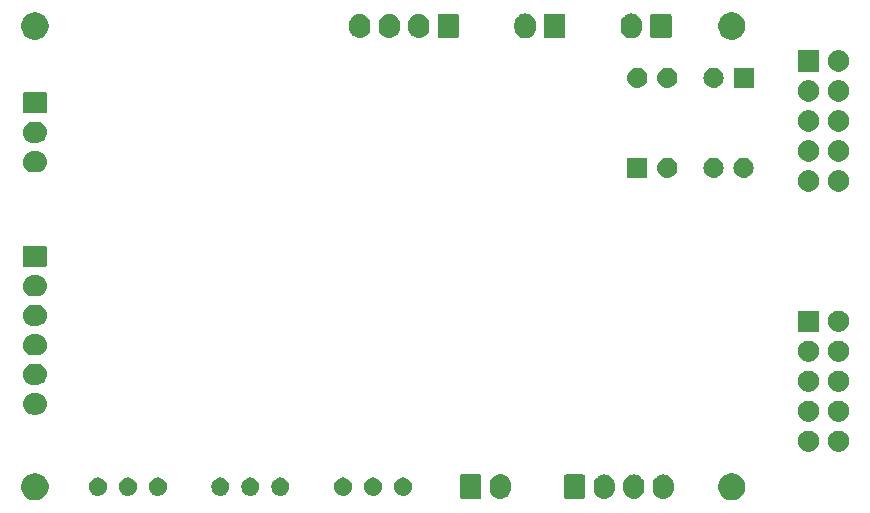
<source format=gbs>
G04 #@! TF.GenerationSoftware,KiCad,Pcbnew,6.0.0-rc1-unknown-179dfa0~84~ubuntu18.04.1*
G04 #@! TF.CreationDate,2019-04-16T21:03:25-07:00
G04 #@! TF.ProjectId,big_battery_v3,6269675f-6261-4747-9465-72795f76332e,rev?*
G04 #@! TF.SameCoordinates,Original*
G04 #@! TF.FileFunction,Soldermask,Bot*
G04 #@! TF.FilePolarity,Negative*
%FSLAX46Y46*%
G04 Gerber Fmt 4.6, Leading zero omitted, Abs format (unit mm)*
G04 Created by KiCad (PCBNEW 6.0.0-rc1-unknown-179dfa0~84~ubuntu18.04.1) date Tue 16 Apr 2019 09:03:25 PM PDT*
%MOMM*%
%LPD*%
G04 APERTURE LIST*
%ADD10C,0.100000*%
G04 APERTURE END LIST*
D10*
G36*
X62335734Y-40893232D02*
G01*
X62545202Y-40979996D01*
X62733723Y-41105962D01*
X62894038Y-41266277D01*
X63020004Y-41454798D01*
X63106768Y-41664266D01*
X63151000Y-41886635D01*
X63151000Y-42113365D01*
X63106768Y-42335734D01*
X63020004Y-42545202D01*
X62894038Y-42733723D01*
X62733723Y-42894038D01*
X62545202Y-43020004D01*
X62335734Y-43106768D01*
X62113365Y-43151000D01*
X61886635Y-43151000D01*
X61664266Y-43106768D01*
X61454798Y-43020004D01*
X61266277Y-42894038D01*
X61105962Y-42733723D01*
X60979996Y-42545202D01*
X60893232Y-42335734D01*
X60849000Y-42113365D01*
X60849000Y-41886635D01*
X60893232Y-41664266D01*
X60979996Y-41454798D01*
X61105962Y-41266277D01*
X61266277Y-41105962D01*
X61454798Y-40979996D01*
X61664266Y-40893232D01*
X61886635Y-40849000D01*
X62113365Y-40849000D01*
X62335734Y-40893232D01*
X62335734Y-40893232D01*
G37*
G36*
X3335734Y-40893232D02*
G01*
X3545202Y-40979996D01*
X3733723Y-41105962D01*
X3894038Y-41266277D01*
X4020004Y-41454798D01*
X4106768Y-41664266D01*
X4151000Y-41886635D01*
X4151000Y-42113365D01*
X4106768Y-42335734D01*
X4020004Y-42545202D01*
X3894038Y-42733723D01*
X3733723Y-42894038D01*
X3545202Y-43020004D01*
X3335734Y-43106768D01*
X3113365Y-43151000D01*
X2886635Y-43151000D01*
X2664266Y-43106768D01*
X2454798Y-43020004D01*
X2266277Y-42894038D01*
X2105962Y-42733723D01*
X1979996Y-42545202D01*
X1893232Y-42335734D01*
X1849000Y-42113365D01*
X1849000Y-41886635D01*
X1893232Y-41664266D01*
X1979996Y-41454798D01*
X2105962Y-41266277D01*
X2266277Y-41105962D01*
X2454798Y-40979996D01*
X2664266Y-40893232D01*
X2886635Y-40849000D01*
X3113365Y-40849000D01*
X3335734Y-40893232D01*
X3335734Y-40893232D01*
G37*
G36*
X42576626Y-40962037D02*
G01*
X42682561Y-40994172D01*
X42746466Y-41013557D01*
X42902989Y-41097221D01*
X43040186Y-41209814D01*
X43123448Y-41311271D01*
X43152778Y-41347009D01*
X43152779Y-41347011D01*
X43236443Y-41503533D01*
X43244027Y-41528534D01*
X43287963Y-41673373D01*
X43301000Y-41805742D01*
X43301000Y-42194257D01*
X43287963Y-42326626D01*
X43236443Y-42496466D01*
X43152778Y-42652991D01*
X43152777Y-42652992D01*
X43040186Y-42790186D01*
X42952178Y-42862411D01*
X42902991Y-42902778D01*
X42902989Y-42902779D01*
X42746467Y-42986443D01*
X42715930Y-42995706D01*
X42576627Y-43037963D01*
X42400000Y-43055359D01*
X42223374Y-43037963D01*
X42084071Y-42995706D01*
X42053534Y-42986443D01*
X41897012Y-42902779D01*
X41897010Y-42902778D01*
X41759816Y-42790186D01*
X41759812Y-42790183D01*
X41647222Y-42652992D01*
X41563557Y-42496467D01*
X41514800Y-42335734D01*
X41512037Y-42326627D01*
X41499000Y-42194258D01*
X41499000Y-41805743D01*
X41512037Y-41673374D01*
X41555973Y-41528535D01*
X41563557Y-41503534D01*
X41647221Y-41347011D01*
X41759814Y-41209814D01*
X41873641Y-41116400D01*
X41897009Y-41097222D01*
X41922960Y-41083351D01*
X42053533Y-41013557D01*
X42117438Y-40994172D01*
X42223373Y-40962037D01*
X42400000Y-40944641D01*
X42576626Y-40962037D01*
X42576626Y-40962037D01*
G37*
G36*
X40658600Y-40952989D02*
G01*
X40691649Y-40963014D01*
X40722106Y-40979294D01*
X40748799Y-41001201D01*
X40770706Y-41027894D01*
X40786986Y-41058351D01*
X40797011Y-41091400D01*
X40801000Y-41131904D01*
X40801000Y-42868096D01*
X40797011Y-42908600D01*
X40786986Y-42941649D01*
X40770706Y-42972106D01*
X40748799Y-42998799D01*
X40722106Y-43020706D01*
X40691649Y-43036986D01*
X40658600Y-43047011D01*
X40618096Y-43051000D01*
X39181904Y-43051000D01*
X39141400Y-43047011D01*
X39108351Y-43036986D01*
X39077894Y-43020706D01*
X39051201Y-42998799D01*
X39029294Y-42972106D01*
X39013014Y-42941649D01*
X39002989Y-42908600D01*
X38999000Y-42868096D01*
X38999000Y-41131904D01*
X39002989Y-41091400D01*
X39013014Y-41058351D01*
X39029294Y-41027894D01*
X39051201Y-41001201D01*
X39077894Y-40979294D01*
X39108351Y-40963014D01*
X39141400Y-40952989D01*
X39181904Y-40949000D01*
X40618096Y-40949000D01*
X40658600Y-40952989D01*
X40658600Y-40952989D01*
G37*
G36*
X56376626Y-40987037D02*
G01*
X56489852Y-41021384D01*
X56546466Y-41038557D01*
X56702989Y-41122221D01*
X56840186Y-41234814D01*
X56907426Y-41316748D01*
X56952778Y-41372009D01*
X56952779Y-41372011D01*
X57036443Y-41528533D01*
X57053616Y-41585147D01*
X57087963Y-41698373D01*
X57087963Y-41698375D01*
X57101000Y-41830740D01*
X57101000Y-42169259D01*
X57095521Y-42224891D01*
X57087963Y-42301626D01*
X57036443Y-42471466D01*
X56952778Y-42627991D01*
X56932261Y-42652991D01*
X56840186Y-42765186D01*
X56751827Y-42837699D01*
X56702991Y-42877778D01*
X56702989Y-42877779D01*
X56546467Y-42961443D01*
X56511315Y-42972106D01*
X56376627Y-43012963D01*
X56200000Y-43030359D01*
X56023374Y-43012963D01*
X55888686Y-42972106D01*
X55853534Y-42961443D01*
X55697012Y-42877779D01*
X55697010Y-42877778D01*
X55590279Y-42790186D01*
X55559812Y-42765183D01*
X55447222Y-42627992D01*
X55363557Y-42471467D01*
X55346384Y-42414853D01*
X55312037Y-42301627D01*
X55299000Y-42169258D01*
X55299000Y-41830743D01*
X55301463Y-41805740D01*
X55312037Y-41698376D01*
X55312037Y-41698374D01*
X55363557Y-41528535D01*
X55363557Y-41528534D01*
X55447221Y-41372011D01*
X55559814Y-41234814D01*
X55661271Y-41151552D01*
X55697009Y-41122222D01*
X55743782Y-41097221D01*
X55853533Y-41038557D01*
X55910147Y-41021384D01*
X56023373Y-40987037D01*
X56200000Y-40969641D01*
X56376626Y-40987037D01*
X56376626Y-40987037D01*
G37*
G36*
X53876626Y-40987037D02*
G01*
X53989852Y-41021384D01*
X54046466Y-41038557D01*
X54202989Y-41122221D01*
X54340186Y-41234814D01*
X54407426Y-41316748D01*
X54452778Y-41372009D01*
X54452779Y-41372011D01*
X54536443Y-41528533D01*
X54553616Y-41585147D01*
X54587963Y-41698373D01*
X54587963Y-41698375D01*
X54601000Y-41830740D01*
X54601000Y-42169259D01*
X54595521Y-42224891D01*
X54587963Y-42301626D01*
X54536443Y-42471466D01*
X54452778Y-42627991D01*
X54432261Y-42652991D01*
X54340186Y-42765186D01*
X54251827Y-42837699D01*
X54202991Y-42877778D01*
X54202989Y-42877779D01*
X54046467Y-42961443D01*
X54011315Y-42972106D01*
X53876627Y-43012963D01*
X53700000Y-43030359D01*
X53523374Y-43012963D01*
X53388686Y-42972106D01*
X53353534Y-42961443D01*
X53197012Y-42877779D01*
X53197010Y-42877778D01*
X53090279Y-42790186D01*
X53059812Y-42765183D01*
X52947222Y-42627992D01*
X52863557Y-42471467D01*
X52846384Y-42414853D01*
X52812037Y-42301627D01*
X52799000Y-42169258D01*
X52799000Y-41830743D01*
X52801463Y-41805740D01*
X52812037Y-41698376D01*
X52812037Y-41698374D01*
X52863557Y-41528535D01*
X52863557Y-41528534D01*
X52947221Y-41372011D01*
X53059814Y-41234814D01*
X53161271Y-41151552D01*
X53197009Y-41122222D01*
X53243782Y-41097221D01*
X53353533Y-41038557D01*
X53410147Y-41021384D01*
X53523373Y-40987037D01*
X53700000Y-40969641D01*
X53876626Y-40987037D01*
X53876626Y-40987037D01*
G37*
G36*
X51376626Y-40987037D02*
G01*
X51489852Y-41021384D01*
X51546466Y-41038557D01*
X51702989Y-41122221D01*
X51840186Y-41234814D01*
X51907426Y-41316748D01*
X51952778Y-41372009D01*
X51952779Y-41372011D01*
X52036443Y-41528533D01*
X52053616Y-41585147D01*
X52087963Y-41698373D01*
X52087963Y-41698375D01*
X52101000Y-41830740D01*
X52101000Y-42169259D01*
X52095521Y-42224891D01*
X52087963Y-42301626D01*
X52036443Y-42471466D01*
X51952778Y-42627991D01*
X51932261Y-42652991D01*
X51840186Y-42765186D01*
X51751827Y-42837699D01*
X51702991Y-42877778D01*
X51702989Y-42877779D01*
X51546467Y-42961443D01*
X51511315Y-42972106D01*
X51376627Y-43012963D01*
X51200000Y-43030359D01*
X51023374Y-43012963D01*
X50888686Y-42972106D01*
X50853534Y-42961443D01*
X50697012Y-42877779D01*
X50697010Y-42877778D01*
X50590279Y-42790186D01*
X50559812Y-42765183D01*
X50447222Y-42627992D01*
X50363557Y-42471467D01*
X50346384Y-42414853D01*
X50312037Y-42301627D01*
X50299000Y-42169258D01*
X50299000Y-41830743D01*
X50301463Y-41805740D01*
X50312037Y-41698376D01*
X50312037Y-41698374D01*
X50363557Y-41528535D01*
X50363557Y-41528534D01*
X50447221Y-41372011D01*
X50559814Y-41234814D01*
X50661271Y-41151552D01*
X50697009Y-41122222D01*
X50743782Y-41097221D01*
X50853533Y-41038557D01*
X50910147Y-41021384D01*
X51023373Y-40987037D01*
X51200000Y-40969641D01*
X51376626Y-40987037D01*
X51376626Y-40987037D01*
G37*
G36*
X49458600Y-40977989D02*
G01*
X49491649Y-40988014D01*
X49522106Y-41004294D01*
X49548799Y-41026201D01*
X49570706Y-41052894D01*
X49586986Y-41083351D01*
X49597011Y-41116400D01*
X49601000Y-41156904D01*
X49601000Y-42843096D01*
X49597011Y-42883600D01*
X49586986Y-42916649D01*
X49570706Y-42947106D01*
X49548799Y-42973799D01*
X49522106Y-42995706D01*
X49491649Y-43011986D01*
X49458600Y-43022011D01*
X49418096Y-43026000D01*
X47981904Y-43026000D01*
X47941400Y-43022011D01*
X47908351Y-43011986D01*
X47877894Y-42995706D01*
X47851201Y-42973799D01*
X47829294Y-42947106D01*
X47813014Y-42916649D01*
X47802989Y-42883600D01*
X47799000Y-42843096D01*
X47799000Y-41156904D01*
X47802989Y-41116400D01*
X47813014Y-41083351D01*
X47829294Y-41052894D01*
X47851201Y-41026201D01*
X47877894Y-41004294D01*
X47908351Y-40988014D01*
X47941400Y-40977989D01*
X47981904Y-40974000D01*
X49418096Y-40974000D01*
X49458600Y-40977989D01*
X49458600Y-40977989D01*
G37*
G36*
X34305589Y-41238876D02*
G01*
X34404893Y-41258629D01*
X34545206Y-41316748D01*
X34671484Y-41401125D01*
X34778875Y-41508516D01*
X34863252Y-41634794D01*
X34921371Y-41775107D01*
X34951000Y-41924063D01*
X34951000Y-42075937D01*
X34921371Y-42224893D01*
X34863252Y-42365206D01*
X34778875Y-42491484D01*
X34671484Y-42598875D01*
X34545206Y-42683252D01*
X34404893Y-42741371D01*
X34306211Y-42761000D01*
X34255938Y-42771000D01*
X34104062Y-42771000D01*
X34053789Y-42761000D01*
X33955107Y-42741371D01*
X33814794Y-42683252D01*
X33688516Y-42598875D01*
X33581125Y-42491484D01*
X33496748Y-42365206D01*
X33438629Y-42224893D01*
X33409000Y-42075937D01*
X33409000Y-41924063D01*
X33438629Y-41775107D01*
X33496748Y-41634794D01*
X33581125Y-41508516D01*
X33688516Y-41401125D01*
X33814794Y-41316748D01*
X33955107Y-41258629D01*
X34054411Y-41238876D01*
X34104062Y-41229000D01*
X34255938Y-41229000D01*
X34305589Y-41238876D01*
X34305589Y-41238876D01*
G37*
G36*
X31765589Y-41238876D02*
G01*
X31864893Y-41258629D01*
X32005206Y-41316748D01*
X32131484Y-41401125D01*
X32238875Y-41508516D01*
X32323252Y-41634794D01*
X32381371Y-41775107D01*
X32411000Y-41924063D01*
X32411000Y-42075937D01*
X32381371Y-42224893D01*
X32323252Y-42365206D01*
X32238875Y-42491484D01*
X32131484Y-42598875D01*
X32005206Y-42683252D01*
X31864893Y-42741371D01*
X31766211Y-42761000D01*
X31715938Y-42771000D01*
X31564062Y-42771000D01*
X31513789Y-42761000D01*
X31415107Y-42741371D01*
X31274794Y-42683252D01*
X31148516Y-42598875D01*
X31041125Y-42491484D01*
X30956748Y-42365206D01*
X30898629Y-42224893D01*
X30869000Y-42075937D01*
X30869000Y-41924063D01*
X30898629Y-41775107D01*
X30956748Y-41634794D01*
X31041125Y-41508516D01*
X31148516Y-41401125D01*
X31274794Y-41316748D01*
X31415107Y-41258629D01*
X31514411Y-41238876D01*
X31564062Y-41229000D01*
X31715938Y-41229000D01*
X31765589Y-41238876D01*
X31765589Y-41238876D01*
G37*
G36*
X29225589Y-41238876D02*
G01*
X29324893Y-41258629D01*
X29465206Y-41316748D01*
X29591484Y-41401125D01*
X29698875Y-41508516D01*
X29783252Y-41634794D01*
X29841371Y-41775107D01*
X29871000Y-41924063D01*
X29871000Y-42075937D01*
X29841371Y-42224893D01*
X29783252Y-42365206D01*
X29698875Y-42491484D01*
X29591484Y-42598875D01*
X29465206Y-42683252D01*
X29324893Y-42741371D01*
X29226211Y-42761000D01*
X29175938Y-42771000D01*
X29024062Y-42771000D01*
X28973789Y-42761000D01*
X28875107Y-42741371D01*
X28734794Y-42683252D01*
X28608516Y-42598875D01*
X28501125Y-42491484D01*
X28416748Y-42365206D01*
X28358629Y-42224893D01*
X28329000Y-42075937D01*
X28329000Y-41924063D01*
X28358629Y-41775107D01*
X28416748Y-41634794D01*
X28501125Y-41508516D01*
X28608516Y-41401125D01*
X28734794Y-41316748D01*
X28875107Y-41258629D01*
X28974411Y-41238876D01*
X29024062Y-41229000D01*
X29175938Y-41229000D01*
X29225589Y-41238876D01*
X29225589Y-41238876D01*
G37*
G36*
X8445589Y-41238876D02*
G01*
X8544893Y-41258629D01*
X8685206Y-41316748D01*
X8811484Y-41401125D01*
X8918875Y-41508516D01*
X9003252Y-41634794D01*
X9061371Y-41775107D01*
X9091000Y-41924063D01*
X9091000Y-42075937D01*
X9061371Y-42224893D01*
X9003252Y-42365206D01*
X8918875Y-42491484D01*
X8811484Y-42598875D01*
X8685206Y-42683252D01*
X8544893Y-42741371D01*
X8446211Y-42761000D01*
X8395938Y-42771000D01*
X8244062Y-42771000D01*
X8193789Y-42761000D01*
X8095107Y-42741371D01*
X7954794Y-42683252D01*
X7828516Y-42598875D01*
X7721125Y-42491484D01*
X7636748Y-42365206D01*
X7578629Y-42224893D01*
X7549000Y-42075937D01*
X7549000Y-41924063D01*
X7578629Y-41775107D01*
X7636748Y-41634794D01*
X7721125Y-41508516D01*
X7828516Y-41401125D01*
X7954794Y-41316748D01*
X8095107Y-41258629D01*
X8194411Y-41238876D01*
X8244062Y-41229000D01*
X8395938Y-41229000D01*
X8445589Y-41238876D01*
X8445589Y-41238876D01*
G37*
G36*
X10985589Y-41238876D02*
G01*
X11084893Y-41258629D01*
X11225206Y-41316748D01*
X11351484Y-41401125D01*
X11458875Y-41508516D01*
X11543252Y-41634794D01*
X11601371Y-41775107D01*
X11631000Y-41924063D01*
X11631000Y-42075937D01*
X11601371Y-42224893D01*
X11543252Y-42365206D01*
X11458875Y-42491484D01*
X11351484Y-42598875D01*
X11225206Y-42683252D01*
X11084893Y-42741371D01*
X10986211Y-42761000D01*
X10935938Y-42771000D01*
X10784062Y-42771000D01*
X10733789Y-42761000D01*
X10635107Y-42741371D01*
X10494794Y-42683252D01*
X10368516Y-42598875D01*
X10261125Y-42491484D01*
X10176748Y-42365206D01*
X10118629Y-42224893D01*
X10089000Y-42075937D01*
X10089000Y-41924063D01*
X10118629Y-41775107D01*
X10176748Y-41634794D01*
X10261125Y-41508516D01*
X10368516Y-41401125D01*
X10494794Y-41316748D01*
X10635107Y-41258629D01*
X10734411Y-41238876D01*
X10784062Y-41229000D01*
X10935938Y-41229000D01*
X10985589Y-41238876D01*
X10985589Y-41238876D01*
G37*
G36*
X13525589Y-41238876D02*
G01*
X13624893Y-41258629D01*
X13765206Y-41316748D01*
X13891484Y-41401125D01*
X13998875Y-41508516D01*
X14083252Y-41634794D01*
X14141371Y-41775107D01*
X14171000Y-41924063D01*
X14171000Y-42075937D01*
X14141371Y-42224893D01*
X14083252Y-42365206D01*
X13998875Y-42491484D01*
X13891484Y-42598875D01*
X13765206Y-42683252D01*
X13624893Y-42741371D01*
X13526211Y-42761000D01*
X13475938Y-42771000D01*
X13324062Y-42771000D01*
X13273789Y-42761000D01*
X13175107Y-42741371D01*
X13034794Y-42683252D01*
X12908516Y-42598875D01*
X12801125Y-42491484D01*
X12716748Y-42365206D01*
X12658629Y-42224893D01*
X12629000Y-42075937D01*
X12629000Y-41924063D01*
X12658629Y-41775107D01*
X12716748Y-41634794D01*
X12801125Y-41508516D01*
X12908516Y-41401125D01*
X13034794Y-41316748D01*
X13175107Y-41258629D01*
X13274411Y-41238876D01*
X13324062Y-41229000D01*
X13475938Y-41229000D01*
X13525589Y-41238876D01*
X13525589Y-41238876D01*
G37*
G36*
X23905589Y-41238876D02*
G01*
X24004893Y-41258629D01*
X24145206Y-41316748D01*
X24271484Y-41401125D01*
X24378875Y-41508516D01*
X24463252Y-41634794D01*
X24521371Y-41775107D01*
X24551000Y-41924063D01*
X24551000Y-42075937D01*
X24521371Y-42224893D01*
X24463252Y-42365206D01*
X24378875Y-42491484D01*
X24271484Y-42598875D01*
X24145206Y-42683252D01*
X24004893Y-42741371D01*
X23906211Y-42761000D01*
X23855938Y-42771000D01*
X23704062Y-42771000D01*
X23653789Y-42761000D01*
X23555107Y-42741371D01*
X23414794Y-42683252D01*
X23288516Y-42598875D01*
X23181125Y-42491484D01*
X23096748Y-42365206D01*
X23038629Y-42224893D01*
X23009000Y-42075937D01*
X23009000Y-41924063D01*
X23038629Y-41775107D01*
X23096748Y-41634794D01*
X23181125Y-41508516D01*
X23288516Y-41401125D01*
X23414794Y-41316748D01*
X23555107Y-41258629D01*
X23654411Y-41238876D01*
X23704062Y-41229000D01*
X23855938Y-41229000D01*
X23905589Y-41238876D01*
X23905589Y-41238876D01*
G37*
G36*
X21365589Y-41238876D02*
G01*
X21464893Y-41258629D01*
X21605206Y-41316748D01*
X21731484Y-41401125D01*
X21838875Y-41508516D01*
X21923252Y-41634794D01*
X21981371Y-41775107D01*
X22011000Y-41924063D01*
X22011000Y-42075937D01*
X21981371Y-42224893D01*
X21923252Y-42365206D01*
X21838875Y-42491484D01*
X21731484Y-42598875D01*
X21605206Y-42683252D01*
X21464893Y-42741371D01*
X21366211Y-42761000D01*
X21315938Y-42771000D01*
X21164062Y-42771000D01*
X21113789Y-42761000D01*
X21015107Y-42741371D01*
X20874794Y-42683252D01*
X20748516Y-42598875D01*
X20641125Y-42491484D01*
X20556748Y-42365206D01*
X20498629Y-42224893D01*
X20469000Y-42075937D01*
X20469000Y-41924063D01*
X20498629Y-41775107D01*
X20556748Y-41634794D01*
X20641125Y-41508516D01*
X20748516Y-41401125D01*
X20874794Y-41316748D01*
X21015107Y-41258629D01*
X21114411Y-41238876D01*
X21164062Y-41229000D01*
X21315938Y-41229000D01*
X21365589Y-41238876D01*
X21365589Y-41238876D01*
G37*
G36*
X18825589Y-41238876D02*
G01*
X18924893Y-41258629D01*
X19065206Y-41316748D01*
X19191484Y-41401125D01*
X19298875Y-41508516D01*
X19383252Y-41634794D01*
X19441371Y-41775107D01*
X19471000Y-41924063D01*
X19471000Y-42075937D01*
X19441371Y-42224893D01*
X19383252Y-42365206D01*
X19298875Y-42491484D01*
X19191484Y-42598875D01*
X19065206Y-42683252D01*
X18924893Y-42741371D01*
X18826211Y-42761000D01*
X18775938Y-42771000D01*
X18624062Y-42771000D01*
X18573789Y-42761000D01*
X18475107Y-42741371D01*
X18334794Y-42683252D01*
X18208516Y-42598875D01*
X18101125Y-42491484D01*
X18016748Y-42365206D01*
X17958629Y-42224893D01*
X17929000Y-42075937D01*
X17929000Y-41924063D01*
X17958629Y-41775107D01*
X18016748Y-41634794D01*
X18101125Y-41508516D01*
X18208516Y-41401125D01*
X18334794Y-41316748D01*
X18475107Y-41258629D01*
X18574411Y-41238876D01*
X18624062Y-41229000D01*
X18775938Y-41229000D01*
X18825589Y-41238876D01*
X18825589Y-41238876D01*
G37*
G36*
X68762812Y-37293624D02*
G01*
X68926784Y-37361544D01*
X69074354Y-37460147D01*
X69199853Y-37585646D01*
X69298456Y-37733216D01*
X69366376Y-37897188D01*
X69401000Y-38071259D01*
X69401000Y-38248741D01*
X69366376Y-38422812D01*
X69298456Y-38586784D01*
X69199853Y-38734354D01*
X69074354Y-38859853D01*
X68926784Y-38958456D01*
X68762812Y-39026376D01*
X68588741Y-39061000D01*
X68411259Y-39061000D01*
X68237188Y-39026376D01*
X68073216Y-38958456D01*
X67925646Y-38859853D01*
X67800147Y-38734354D01*
X67701544Y-38586784D01*
X67633624Y-38422812D01*
X67599000Y-38248741D01*
X67599000Y-38071259D01*
X67633624Y-37897188D01*
X67701544Y-37733216D01*
X67800147Y-37585646D01*
X67925646Y-37460147D01*
X68073216Y-37361544D01*
X68237188Y-37293624D01*
X68411259Y-37259000D01*
X68588741Y-37259000D01*
X68762812Y-37293624D01*
X68762812Y-37293624D01*
G37*
G36*
X71302812Y-37293624D02*
G01*
X71466784Y-37361544D01*
X71614354Y-37460147D01*
X71739853Y-37585646D01*
X71838456Y-37733216D01*
X71906376Y-37897188D01*
X71941000Y-38071259D01*
X71941000Y-38248741D01*
X71906376Y-38422812D01*
X71838456Y-38586784D01*
X71739853Y-38734354D01*
X71614354Y-38859853D01*
X71466784Y-38958456D01*
X71302812Y-39026376D01*
X71128741Y-39061000D01*
X70951259Y-39061000D01*
X70777188Y-39026376D01*
X70613216Y-38958456D01*
X70465646Y-38859853D01*
X70340147Y-38734354D01*
X70241544Y-38586784D01*
X70173624Y-38422812D01*
X70139000Y-38248741D01*
X70139000Y-38071259D01*
X70173624Y-37897188D01*
X70241544Y-37733216D01*
X70340147Y-37585646D01*
X70465646Y-37460147D01*
X70613216Y-37361544D01*
X70777188Y-37293624D01*
X70951259Y-37259000D01*
X71128741Y-37259000D01*
X71302812Y-37293624D01*
X71302812Y-37293624D01*
G37*
G36*
X68762812Y-34753624D02*
G01*
X68926784Y-34821544D01*
X69074354Y-34920147D01*
X69199853Y-35045646D01*
X69298456Y-35193216D01*
X69366376Y-35357188D01*
X69401000Y-35531259D01*
X69401000Y-35708741D01*
X69366376Y-35882812D01*
X69298456Y-36046784D01*
X69199853Y-36194354D01*
X69074354Y-36319853D01*
X68926784Y-36418456D01*
X68762812Y-36486376D01*
X68588741Y-36521000D01*
X68411259Y-36521000D01*
X68237188Y-36486376D01*
X68073216Y-36418456D01*
X67925646Y-36319853D01*
X67800147Y-36194354D01*
X67701544Y-36046784D01*
X67633624Y-35882812D01*
X67599000Y-35708741D01*
X67599000Y-35531259D01*
X67633624Y-35357188D01*
X67701544Y-35193216D01*
X67800147Y-35045646D01*
X67925646Y-34920147D01*
X68073216Y-34821544D01*
X68237188Y-34753624D01*
X68411259Y-34719000D01*
X68588741Y-34719000D01*
X68762812Y-34753624D01*
X68762812Y-34753624D01*
G37*
G36*
X71302812Y-34753624D02*
G01*
X71466784Y-34821544D01*
X71614354Y-34920147D01*
X71739853Y-35045646D01*
X71838456Y-35193216D01*
X71906376Y-35357188D01*
X71941000Y-35531259D01*
X71941000Y-35708741D01*
X71906376Y-35882812D01*
X71838456Y-36046784D01*
X71739853Y-36194354D01*
X71614354Y-36319853D01*
X71466784Y-36418456D01*
X71302812Y-36486376D01*
X71128741Y-36521000D01*
X70951259Y-36521000D01*
X70777188Y-36486376D01*
X70613216Y-36418456D01*
X70465646Y-36319853D01*
X70340147Y-36194354D01*
X70241544Y-36046784D01*
X70173624Y-35882812D01*
X70139000Y-35708741D01*
X70139000Y-35531259D01*
X70173624Y-35357188D01*
X70241544Y-35193216D01*
X70340147Y-35045646D01*
X70465646Y-34920147D01*
X70613216Y-34821544D01*
X70777188Y-34753624D01*
X70951259Y-34719000D01*
X71128741Y-34719000D01*
X71302812Y-34753624D01*
X71302812Y-34753624D01*
G37*
G36*
X3235442Y-34105518D02*
G01*
X3301627Y-34112037D01*
X3414853Y-34146384D01*
X3471467Y-34163557D01*
X3610087Y-34237652D01*
X3627991Y-34247222D01*
X3663729Y-34276552D01*
X3765186Y-34359814D01*
X3848448Y-34461271D01*
X3877778Y-34497009D01*
X3877779Y-34497011D01*
X3961443Y-34653533D01*
X3961443Y-34653534D01*
X4012963Y-34823373D01*
X4030359Y-35000000D01*
X4012963Y-35176627D01*
X4007930Y-35193218D01*
X3961443Y-35346467D01*
X3955712Y-35357188D01*
X3877778Y-35502991D01*
X3854579Y-35531259D01*
X3765186Y-35640186D01*
X3681650Y-35708741D01*
X3627991Y-35752778D01*
X3627989Y-35752779D01*
X3471467Y-35836443D01*
X3414853Y-35853616D01*
X3301627Y-35887963D01*
X3235442Y-35894482D01*
X3169260Y-35901000D01*
X2830740Y-35901000D01*
X2764558Y-35894482D01*
X2698373Y-35887963D01*
X2585147Y-35853616D01*
X2528533Y-35836443D01*
X2372011Y-35752779D01*
X2372009Y-35752778D01*
X2318350Y-35708741D01*
X2234814Y-35640186D01*
X2145421Y-35531259D01*
X2122222Y-35502991D01*
X2044288Y-35357188D01*
X2038557Y-35346467D01*
X1992070Y-35193218D01*
X1987037Y-35176627D01*
X1969641Y-35000000D01*
X1987037Y-34823373D01*
X2038557Y-34653534D01*
X2038557Y-34653533D01*
X2122221Y-34497011D01*
X2122222Y-34497009D01*
X2151552Y-34461271D01*
X2234814Y-34359814D01*
X2336271Y-34276552D01*
X2372009Y-34247222D01*
X2389913Y-34237652D01*
X2528533Y-34163557D01*
X2585147Y-34146384D01*
X2698373Y-34112037D01*
X2764558Y-34105518D01*
X2830740Y-34099000D01*
X3169260Y-34099000D01*
X3235442Y-34105518D01*
X3235442Y-34105518D01*
G37*
G36*
X71302812Y-32213624D02*
G01*
X71466784Y-32281544D01*
X71614354Y-32380147D01*
X71739853Y-32505646D01*
X71838456Y-32653216D01*
X71906376Y-32817188D01*
X71941000Y-32991259D01*
X71941000Y-33168741D01*
X71906376Y-33342812D01*
X71838456Y-33506784D01*
X71739853Y-33654354D01*
X71614354Y-33779853D01*
X71466784Y-33878456D01*
X71302812Y-33946376D01*
X71128741Y-33981000D01*
X70951259Y-33981000D01*
X70777188Y-33946376D01*
X70613216Y-33878456D01*
X70465646Y-33779853D01*
X70340147Y-33654354D01*
X70241544Y-33506784D01*
X70173624Y-33342812D01*
X70139000Y-33168741D01*
X70139000Y-32991259D01*
X70173624Y-32817188D01*
X70241544Y-32653216D01*
X70340147Y-32505646D01*
X70465646Y-32380147D01*
X70613216Y-32281544D01*
X70777188Y-32213624D01*
X70951259Y-32179000D01*
X71128741Y-32179000D01*
X71302812Y-32213624D01*
X71302812Y-32213624D01*
G37*
G36*
X68762812Y-32213624D02*
G01*
X68926784Y-32281544D01*
X69074354Y-32380147D01*
X69199853Y-32505646D01*
X69298456Y-32653216D01*
X69366376Y-32817188D01*
X69401000Y-32991259D01*
X69401000Y-33168741D01*
X69366376Y-33342812D01*
X69298456Y-33506784D01*
X69199853Y-33654354D01*
X69074354Y-33779853D01*
X68926784Y-33878456D01*
X68762812Y-33946376D01*
X68588741Y-33981000D01*
X68411259Y-33981000D01*
X68237188Y-33946376D01*
X68073216Y-33878456D01*
X67925646Y-33779853D01*
X67800147Y-33654354D01*
X67701544Y-33506784D01*
X67633624Y-33342812D01*
X67599000Y-33168741D01*
X67599000Y-32991259D01*
X67633624Y-32817188D01*
X67701544Y-32653216D01*
X67800147Y-32505646D01*
X67925646Y-32380147D01*
X68073216Y-32281544D01*
X68237188Y-32213624D01*
X68411259Y-32179000D01*
X68588741Y-32179000D01*
X68762812Y-32213624D01*
X68762812Y-32213624D01*
G37*
G36*
X3235442Y-31605518D02*
G01*
X3301627Y-31612037D01*
X3414853Y-31646384D01*
X3471467Y-31663557D01*
X3610087Y-31737652D01*
X3627991Y-31747222D01*
X3663729Y-31776552D01*
X3765186Y-31859814D01*
X3848448Y-31961271D01*
X3877778Y-31997009D01*
X3877779Y-31997011D01*
X3961443Y-32153533D01*
X3961443Y-32153534D01*
X4012963Y-32323373D01*
X4030359Y-32500000D01*
X4012963Y-32676627D01*
X3978616Y-32789853D01*
X3961443Y-32846467D01*
X3887348Y-32985087D01*
X3877778Y-33002991D01*
X3848448Y-33038729D01*
X3765186Y-33140186D01*
X3663729Y-33223448D01*
X3627991Y-33252778D01*
X3627989Y-33252779D01*
X3471467Y-33336443D01*
X3414853Y-33353616D01*
X3301627Y-33387963D01*
X3235442Y-33394482D01*
X3169260Y-33401000D01*
X2830740Y-33401000D01*
X2764558Y-33394482D01*
X2698373Y-33387963D01*
X2585147Y-33353616D01*
X2528533Y-33336443D01*
X2372011Y-33252779D01*
X2372009Y-33252778D01*
X2336271Y-33223448D01*
X2234814Y-33140186D01*
X2151552Y-33038729D01*
X2122222Y-33002991D01*
X2112652Y-32985087D01*
X2038557Y-32846467D01*
X2021384Y-32789853D01*
X1987037Y-32676627D01*
X1969641Y-32500000D01*
X1987037Y-32323373D01*
X2038557Y-32153534D01*
X2038557Y-32153533D01*
X2122221Y-31997011D01*
X2122222Y-31997009D01*
X2151552Y-31961271D01*
X2234814Y-31859814D01*
X2336271Y-31776552D01*
X2372009Y-31747222D01*
X2389913Y-31737652D01*
X2528533Y-31663557D01*
X2585147Y-31646384D01*
X2698373Y-31612037D01*
X2764558Y-31605518D01*
X2830740Y-31599000D01*
X3169260Y-31599000D01*
X3235442Y-31605518D01*
X3235442Y-31605518D01*
G37*
G36*
X68762812Y-29673624D02*
G01*
X68926784Y-29741544D01*
X69074354Y-29840147D01*
X69199853Y-29965646D01*
X69298456Y-30113216D01*
X69366376Y-30277188D01*
X69401000Y-30451259D01*
X69401000Y-30628741D01*
X69366376Y-30802812D01*
X69298456Y-30966784D01*
X69199853Y-31114354D01*
X69074354Y-31239853D01*
X68926784Y-31338456D01*
X68762812Y-31406376D01*
X68588741Y-31441000D01*
X68411259Y-31441000D01*
X68237188Y-31406376D01*
X68073216Y-31338456D01*
X67925646Y-31239853D01*
X67800147Y-31114354D01*
X67701544Y-30966784D01*
X67633624Y-30802812D01*
X67599000Y-30628741D01*
X67599000Y-30451259D01*
X67633624Y-30277188D01*
X67701544Y-30113216D01*
X67800147Y-29965646D01*
X67925646Y-29840147D01*
X68073216Y-29741544D01*
X68237188Y-29673624D01*
X68411259Y-29639000D01*
X68588741Y-29639000D01*
X68762812Y-29673624D01*
X68762812Y-29673624D01*
G37*
G36*
X71302812Y-29673624D02*
G01*
X71466784Y-29741544D01*
X71614354Y-29840147D01*
X71739853Y-29965646D01*
X71838456Y-30113216D01*
X71906376Y-30277188D01*
X71941000Y-30451259D01*
X71941000Y-30628741D01*
X71906376Y-30802812D01*
X71838456Y-30966784D01*
X71739853Y-31114354D01*
X71614354Y-31239853D01*
X71466784Y-31338456D01*
X71302812Y-31406376D01*
X71128741Y-31441000D01*
X70951259Y-31441000D01*
X70777188Y-31406376D01*
X70613216Y-31338456D01*
X70465646Y-31239853D01*
X70340147Y-31114354D01*
X70241544Y-30966784D01*
X70173624Y-30802812D01*
X70139000Y-30628741D01*
X70139000Y-30451259D01*
X70173624Y-30277188D01*
X70241544Y-30113216D01*
X70340147Y-29965646D01*
X70465646Y-29840147D01*
X70613216Y-29741544D01*
X70777188Y-29673624D01*
X70951259Y-29639000D01*
X71128741Y-29639000D01*
X71302812Y-29673624D01*
X71302812Y-29673624D01*
G37*
G36*
X3235442Y-29105518D02*
G01*
X3301627Y-29112037D01*
X3414853Y-29146384D01*
X3471467Y-29163557D01*
X3610087Y-29237652D01*
X3627991Y-29247222D01*
X3663729Y-29276552D01*
X3765186Y-29359814D01*
X3848448Y-29461271D01*
X3877778Y-29497009D01*
X3877779Y-29497011D01*
X3961443Y-29653533D01*
X3961443Y-29653534D01*
X4012963Y-29823373D01*
X4030359Y-30000000D01*
X4012963Y-30176627D01*
X3982458Y-30277188D01*
X3961443Y-30346467D01*
X3905430Y-30451259D01*
X3877778Y-30502991D01*
X3848448Y-30538729D01*
X3765186Y-30640186D01*
X3663729Y-30723448D01*
X3627991Y-30752778D01*
X3627989Y-30752779D01*
X3471467Y-30836443D01*
X3414853Y-30853616D01*
X3301627Y-30887963D01*
X3235442Y-30894482D01*
X3169260Y-30901000D01*
X2830740Y-30901000D01*
X2764558Y-30894482D01*
X2698373Y-30887963D01*
X2585147Y-30853616D01*
X2528533Y-30836443D01*
X2372011Y-30752779D01*
X2372009Y-30752778D01*
X2336271Y-30723448D01*
X2234814Y-30640186D01*
X2151552Y-30538729D01*
X2122222Y-30502991D01*
X2094570Y-30451259D01*
X2038557Y-30346467D01*
X2017542Y-30277188D01*
X1987037Y-30176627D01*
X1969641Y-30000000D01*
X1987037Y-29823373D01*
X2038557Y-29653534D01*
X2038557Y-29653533D01*
X2122221Y-29497011D01*
X2122222Y-29497009D01*
X2151552Y-29461271D01*
X2234814Y-29359814D01*
X2336271Y-29276552D01*
X2372009Y-29247222D01*
X2389913Y-29237652D01*
X2528533Y-29163557D01*
X2585147Y-29146384D01*
X2698373Y-29112037D01*
X2764558Y-29105518D01*
X2830740Y-29099000D01*
X3169260Y-29099000D01*
X3235442Y-29105518D01*
X3235442Y-29105518D01*
G37*
G36*
X69401000Y-28901000D02*
G01*
X67599000Y-28901000D01*
X67599000Y-27099000D01*
X69401000Y-27099000D01*
X69401000Y-28901000D01*
X69401000Y-28901000D01*
G37*
G36*
X71302812Y-27133624D02*
G01*
X71466784Y-27201544D01*
X71614354Y-27300147D01*
X71739853Y-27425646D01*
X71838456Y-27573216D01*
X71906376Y-27737188D01*
X71941000Y-27911259D01*
X71941000Y-28088741D01*
X71906376Y-28262812D01*
X71838456Y-28426784D01*
X71739853Y-28574354D01*
X71614354Y-28699853D01*
X71466784Y-28798456D01*
X71302812Y-28866376D01*
X71128741Y-28901000D01*
X70951259Y-28901000D01*
X70777188Y-28866376D01*
X70613216Y-28798456D01*
X70465646Y-28699853D01*
X70340147Y-28574354D01*
X70241544Y-28426784D01*
X70173624Y-28262812D01*
X70139000Y-28088741D01*
X70139000Y-27911259D01*
X70173624Y-27737188D01*
X70241544Y-27573216D01*
X70340147Y-27425646D01*
X70465646Y-27300147D01*
X70613216Y-27201544D01*
X70777188Y-27133624D01*
X70951259Y-27099000D01*
X71128741Y-27099000D01*
X71302812Y-27133624D01*
X71302812Y-27133624D01*
G37*
G36*
X3235442Y-26605518D02*
G01*
X3301627Y-26612037D01*
X3414853Y-26646384D01*
X3471467Y-26663557D01*
X3610087Y-26737652D01*
X3627991Y-26747222D01*
X3663729Y-26776552D01*
X3765186Y-26859814D01*
X3848448Y-26961271D01*
X3877778Y-26997009D01*
X3877779Y-26997011D01*
X3961443Y-27153533D01*
X3961443Y-27153534D01*
X4012963Y-27323373D01*
X4030359Y-27500000D01*
X4012963Y-27676627D01*
X3994592Y-27737188D01*
X3961443Y-27846467D01*
X3926810Y-27911259D01*
X3877778Y-28002991D01*
X3848448Y-28038729D01*
X3765186Y-28140186D01*
X3663729Y-28223448D01*
X3627991Y-28252778D01*
X3627989Y-28252779D01*
X3471467Y-28336443D01*
X3414853Y-28353616D01*
X3301627Y-28387963D01*
X3235443Y-28394481D01*
X3169260Y-28401000D01*
X2830740Y-28401000D01*
X2764557Y-28394481D01*
X2698373Y-28387963D01*
X2585147Y-28353616D01*
X2528533Y-28336443D01*
X2372011Y-28252779D01*
X2372009Y-28252778D01*
X2336271Y-28223448D01*
X2234814Y-28140186D01*
X2151552Y-28038729D01*
X2122222Y-28002991D01*
X2073190Y-27911259D01*
X2038557Y-27846467D01*
X2005408Y-27737188D01*
X1987037Y-27676627D01*
X1969641Y-27500000D01*
X1987037Y-27323373D01*
X2038557Y-27153534D01*
X2038557Y-27153533D01*
X2122221Y-26997011D01*
X2122222Y-26997009D01*
X2151552Y-26961271D01*
X2234814Y-26859814D01*
X2336271Y-26776552D01*
X2372009Y-26747222D01*
X2389913Y-26737652D01*
X2528533Y-26663557D01*
X2585147Y-26646384D01*
X2698373Y-26612037D01*
X2764558Y-26605518D01*
X2830740Y-26599000D01*
X3169260Y-26599000D01*
X3235442Y-26605518D01*
X3235442Y-26605518D01*
G37*
G36*
X3235443Y-24105519D02*
G01*
X3301627Y-24112037D01*
X3414853Y-24146384D01*
X3471467Y-24163557D01*
X3610087Y-24237652D01*
X3627991Y-24247222D01*
X3663729Y-24276552D01*
X3765186Y-24359814D01*
X3848448Y-24461271D01*
X3877778Y-24497009D01*
X3877779Y-24497011D01*
X3961443Y-24653533D01*
X3961443Y-24653534D01*
X4012963Y-24823373D01*
X4030359Y-25000000D01*
X4012963Y-25176627D01*
X3978616Y-25289853D01*
X3961443Y-25346467D01*
X3887348Y-25485087D01*
X3877778Y-25502991D01*
X3848448Y-25538729D01*
X3765186Y-25640186D01*
X3663729Y-25723448D01*
X3627991Y-25752778D01*
X3627989Y-25752779D01*
X3471467Y-25836443D01*
X3414853Y-25853616D01*
X3301627Y-25887963D01*
X3235443Y-25894481D01*
X3169260Y-25901000D01*
X2830740Y-25901000D01*
X2764557Y-25894481D01*
X2698373Y-25887963D01*
X2585147Y-25853616D01*
X2528533Y-25836443D01*
X2372011Y-25752779D01*
X2372009Y-25752778D01*
X2336271Y-25723448D01*
X2234814Y-25640186D01*
X2151552Y-25538729D01*
X2122222Y-25502991D01*
X2112652Y-25485087D01*
X2038557Y-25346467D01*
X2021384Y-25289853D01*
X1987037Y-25176627D01*
X1969641Y-25000000D01*
X1987037Y-24823373D01*
X2038557Y-24653534D01*
X2038557Y-24653533D01*
X2122221Y-24497011D01*
X2122222Y-24497009D01*
X2151552Y-24461271D01*
X2234814Y-24359814D01*
X2336271Y-24276552D01*
X2372009Y-24247222D01*
X2389913Y-24237652D01*
X2528533Y-24163557D01*
X2585147Y-24146384D01*
X2698373Y-24112037D01*
X2764557Y-24105519D01*
X2830740Y-24099000D01*
X3169260Y-24099000D01*
X3235443Y-24105519D01*
X3235443Y-24105519D01*
G37*
G36*
X3883600Y-21602989D02*
G01*
X3916649Y-21613014D01*
X3947106Y-21629294D01*
X3973799Y-21651201D01*
X3995706Y-21677894D01*
X4011986Y-21708351D01*
X4022011Y-21741400D01*
X4026000Y-21781904D01*
X4026000Y-23218096D01*
X4022011Y-23258600D01*
X4011986Y-23291649D01*
X3995706Y-23322106D01*
X3973799Y-23348799D01*
X3947106Y-23370706D01*
X3916649Y-23386986D01*
X3883600Y-23397011D01*
X3843096Y-23401000D01*
X2156904Y-23401000D01*
X2116400Y-23397011D01*
X2083351Y-23386986D01*
X2052894Y-23370706D01*
X2026201Y-23348799D01*
X2004294Y-23322106D01*
X1988014Y-23291649D01*
X1977989Y-23258600D01*
X1974000Y-23218096D01*
X1974000Y-21781904D01*
X1977989Y-21741400D01*
X1988014Y-21708351D01*
X2004294Y-21677894D01*
X2026201Y-21651201D01*
X2052894Y-21629294D01*
X2083351Y-21613014D01*
X2116400Y-21602989D01*
X2156904Y-21599000D01*
X3843096Y-21599000D01*
X3883600Y-21602989D01*
X3883600Y-21602989D01*
G37*
G36*
X71302812Y-15253624D02*
G01*
X71466784Y-15321544D01*
X71614354Y-15420147D01*
X71739853Y-15545646D01*
X71838456Y-15693216D01*
X71906376Y-15857188D01*
X71941000Y-16031259D01*
X71941000Y-16208741D01*
X71906376Y-16382812D01*
X71838456Y-16546784D01*
X71739853Y-16694354D01*
X71614354Y-16819853D01*
X71466784Y-16918456D01*
X71302812Y-16986376D01*
X71128741Y-17021000D01*
X70951259Y-17021000D01*
X70777188Y-16986376D01*
X70613216Y-16918456D01*
X70465646Y-16819853D01*
X70340147Y-16694354D01*
X70241544Y-16546784D01*
X70173624Y-16382812D01*
X70139000Y-16208741D01*
X70139000Y-16031259D01*
X70173624Y-15857188D01*
X70241544Y-15693216D01*
X70340147Y-15545646D01*
X70465646Y-15420147D01*
X70613216Y-15321544D01*
X70777188Y-15253624D01*
X70951259Y-15219000D01*
X71128741Y-15219000D01*
X71302812Y-15253624D01*
X71302812Y-15253624D01*
G37*
G36*
X68762812Y-15253624D02*
G01*
X68926784Y-15321544D01*
X69074354Y-15420147D01*
X69199853Y-15545646D01*
X69298456Y-15693216D01*
X69366376Y-15857188D01*
X69401000Y-16031259D01*
X69401000Y-16208741D01*
X69366376Y-16382812D01*
X69298456Y-16546784D01*
X69199853Y-16694354D01*
X69074354Y-16819853D01*
X68926784Y-16918456D01*
X68762812Y-16986376D01*
X68588741Y-17021000D01*
X68411259Y-17021000D01*
X68237188Y-16986376D01*
X68073216Y-16918456D01*
X67925646Y-16819853D01*
X67800147Y-16694354D01*
X67701544Y-16546784D01*
X67633624Y-16382812D01*
X67599000Y-16208741D01*
X67599000Y-16031259D01*
X67633624Y-15857188D01*
X67701544Y-15693216D01*
X67800147Y-15545646D01*
X67925646Y-15420147D01*
X68073216Y-15321544D01*
X68237188Y-15253624D01*
X68411259Y-15219000D01*
X68588741Y-15219000D01*
X68762812Y-15253624D01*
X68762812Y-15253624D01*
G37*
G36*
X56706821Y-14161313D02*
G01*
X56706824Y-14161314D01*
X56706825Y-14161314D01*
X56867239Y-14209975D01*
X56867241Y-14209976D01*
X56867244Y-14209977D01*
X57015078Y-14288995D01*
X57144659Y-14395341D01*
X57251005Y-14524922D01*
X57330023Y-14672756D01*
X57330024Y-14672759D01*
X57330025Y-14672761D01*
X57378686Y-14833175D01*
X57378687Y-14833179D01*
X57395117Y-15000000D01*
X57378687Y-15166821D01*
X57378686Y-15166824D01*
X57378686Y-15166825D01*
X57331753Y-15321544D01*
X57330023Y-15327244D01*
X57251005Y-15475078D01*
X57144659Y-15604659D01*
X57015078Y-15711005D01*
X56867244Y-15790023D01*
X56867241Y-15790024D01*
X56867239Y-15790025D01*
X56706825Y-15838686D01*
X56706824Y-15838686D01*
X56706821Y-15838687D01*
X56581804Y-15851000D01*
X56498196Y-15851000D01*
X56373179Y-15838687D01*
X56373176Y-15838686D01*
X56373175Y-15838686D01*
X56212761Y-15790025D01*
X56212759Y-15790024D01*
X56212756Y-15790023D01*
X56064922Y-15711005D01*
X55935341Y-15604659D01*
X55828995Y-15475078D01*
X55749977Y-15327244D01*
X55748248Y-15321544D01*
X55701314Y-15166825D01*
X55701314Y-15166824D01*
X55701313Y-15166821D01*
X55684883Y-15000000D01*
X55701313Y-14833179D01*
X55701314Y-14833175D01*
X55749975Y-14672761D01*
X55749976Y-14672759D01*
X55749977Y-14672756D01*
X55828995Y-14524922D01*
X55935341Y-14395341D01*
X56064922Y-14288995D01*
X56212756Y-14209977D01*
X56212759Y-14209976D01*
X56212761Y-14209975D01*
X56373175Y-14161314D01*
X56373176Y-14161314D01*
X56373179Y-14161313D01*
X56498196Y-14149000D01*
X56581804Y-14149000D01*
X56706821Y-14161313D01*
X56706821Y-14161313D01*
G37*
G36*
X60626821Y-14161313D02*
G01*
X60626824Y-14161314D01*
X60626825Y-14161314D01*
X60787239Y-14209975D01*
X60787241Y-14209976D01*
X60787244Y-14209977D01*
X60935078Y-14288995D01*
X61064659Y-14395341D01*
X61171005Y-14524922D01*
X61250023Y-14672756D01*
X61250024Y-14672759D01*
X61250025Y-14672761D01*
X61298686Y-14833175D01*
X61298687Y-14833179D01*
X61315117Y-15000000D01*
X61298687Y-15166821D01*
X61298686Y-15166824D01*
X61298686Y-15166825D01*
X61251753Y-15321544D01*
X61250023Y-15327244D01*
X61171005Y-15475078D01*
X61064659Y-15604659D01*
X60935078Y-15711005D01*
X60787244Y-15790023D01*
X60787241Y-15790024D01*
X60787239Y-15790025D01*
X60626825Y-15838686D01*
X60626824Y-15838686D01*
X60626821Y-15838687D01*
X60501804Y-15851000D01*
X60418196Y-15851000D01*
X60293179Y-15838687D01*
X60293176Y-15838686D01*
X60293175Y-15838686D01*
X60132761Y-15790025D01*
X60132759Y-15790024D01*
X60132756Y-15790023D01*
X59984922Y-15711005D01*
X59855341Y-15604659D01*
X59748995Y-15475078D01*
X59669977Y-15327244D01*
X59668248Y-15321544D01*
X59621314Y-15166825D01*
X59621314Y-15166824D01*
X59621313Y-15166821D01*
X59604883Y-15000000D01*
X59621313Y-14833179D01*
X59621314Y-14833175D01*
X59669975Y-14672761D01*
X59669976Y-14672759D01*
X59669977Y-14672756D01*
X59748995Y-14524922D01*
X59855341Y-14395341D01*
X59984922Y-14288995D01*
X60132756Y-14209977D01*
X60132759Y-14209976D01*
X60132761Y-14209975D01*
X60293175Y-14161314D01*
X60293176Y-14161314D01*
X60293179Y-14161313D01*
X60418196Y-14149000D01*
X60501804Y-14149000D01*
X60626821Y-14161313D01*
X60626821Y-14161313D01*
G37*
G36*
X63166821Y-14161313D02*
G01*
X63166824Y-14161314D01*
X63166825Y-14161314D01*
X63327239Y-14209975D01*
X63327241Y-14209976D01*
X63327244Y-14209977D01*
X63475078Y-14288995D01*
X63604659Y-14395341D01*
X63711005Y-14524922D01*
X63790023Y-14672756D01*
X63790024Y-14672759D01*
X63790025Y-14672761D01*
X63838686Y-14833175D01*
X63838687Y-14833179D01*
X63855117Y-15000000D01*
X63838687Y-15166821D01*
X63838686Y-15166824D01*
X63838686Y-15166825D01*
X63791753Y-15321544D01*
X63790023Y-15327244D01*
X63711005Y-15475078D01*
X63604659Y-15604659D01*
X63475078Y-15711005D01*
X63327244Y-15790023D01*
X63327241Y-15790024D01*
X63327239Y-15790025D01*
X63166825Y-15838686D01*
X63166824Y-15838686D01*
X63166821Y-15838687D01*
X63041804Y-15851000D01*
X62958196Y-15851000D01*
X62833179Y-15838687D01*
X62833176Y-15838686D01*
X62833175Y-15838686D01*
X62672761Y-15790025D01*
X62672759Y-15790024D01*
X62672756Y-15790023D01*
X62524922Y-15711005D01*
X62395341Y-15604659D01*
X62288995Y-15475078D01*
X62209977Y-15327244D01*
X62208248Y-15321544D01*
X62161314Y-15166825D01*
X62161314Y-15166824D01*
X62161313Y-15166821D01*
X62144883Y-15000000D01*
X62161313Y-14833179D01*
X62161314Y-14833175D01*
X62209975Y-14672761D01*
X62209976Y-14672759D01*
X62209977Y-14672756D01*
X62288995Y-14524922D01*
X62395341Y-14395341D01*
X62524922Y-14288995D01*
X62672756Y-14209977D01*
X62672759Y-14209976D01*
X62672761Y-14209975D01*
X62833175Y-14161314D01*
X62833176Y-14161314D01*
X62833179Y-14161313D01*
X62958196Y-14149000D01*
X63041804Y-14149000D01*
X63166821Y-14161313D01*
X63166821Y-14161313D01*
G37*
G36*
X54851000Y-15851000D02*
G01*
X53149000Y-15851000D01*
X53149000Y-14149000D01*
X54851000Y-14149000D01*
X54851000Y-15851000D01*
X54851000Y-15851000D01*
G37*
G36*
X3235442Y-13605518D02*
G01*
X3301627Y-13612037D01*
X3414853Y-13646384D01*
X3471467Y-13663557D01*
X3481165Y-13668741D01*
X3627991Y-13747222D01*
X3663729Y-13776552D01*
X3765186Y-13859814D01*
X3848448Y-13961271D01*
X3877778Y-13997009D01*
X3877779Y-13997011D01*
X3961443Y-14153533D01*
X3961443Y-14153534D01*
X4012963Y-14323373D01*
X4030359Y-14500000D01*
X4012963Y-14676627D01*
X3978616Y-14789853D01*
X3961443Y-14846467D01*
X3887348Y-14985087D01*
X3877778Y-15002991D01*
X3848448Y-15038729D01*
X3765186Y-15140186D01*
X3669149Y-15219000D01*
X3627991Y-15252778D01*
X3627989Y-15252779D01*
X3471467Y-15336443D01*
X3414853Y-15353616D01*
X3301627Y-15387963D01*
X3235442Y-15394482D01*
X3169260Y-15401000D01*
X2830740Y-15401000D01*
X2764558Y-15394482D01*
X2698373Y-15387963D01*
X2585147Y-15353616D01*
X2528533Y-15336443D01*
X2372011Y-15252779D01*
X2372009Y-15252778D01*
X2330851Y-15219000D01*
X2234814Y-15140186D01*
X2151552Y-15038729D01*
X2122222Y-15002991D01*
X2112652Y-14985087D01*
X2038557Y-14846467D01*
X2021384Y-14789853D01*
X1987037Y-14676627D01*
X1969641Y-14500000D01*
X1987037Y-14323373D01*
X2038557Y-14153534D01*
X2038557Y-14153533D01*
X2122221Y-13997011D01*
X2122222Y-13997009D01*
X2151552Y-13961271D01*
X2234814Y-13859814D01*
X2336271Y-13776552D01*
X2372009Y-13747222D01*
X2518835Y-13668741D01*
X2528533Y-13663557D01*
X2585147Y-13646384D01*
X2698373Y-13612037D01*
X2764558Y-13605518D01*
X2830740Y-13599000D01*
X3169260Y-13599000D01*
X3235442Y-13605518D01*
X3235442Y-13605518D01*
G37*
G36*
X71302812Y-12713624D02*
G01*
X71466784Y-12781544D01*
X71614354Y-12880147D01*
X71739853Y-13005646D01*
X71838456Y-13153216D01*
X71906376Y-13317188D01*
X71941000Y-13491259D01*
X71941000Y-13668741D01*
X71906376Y-13842812D01*
X71838456Y-14006784D01*
X71739853Y-14154354D01*
X71614354Y-14279853D01*
X71466784Y-14378456D01*
X71302812Y-14446376D01*
X71128741Y-14481000D01*
X70951259Y-14481000D01*
X70777188Y-14446376D01*
X70613216Y-14378456D01*
X70465646Y-14279853D01*
X70340147Y-14154354D01*
X70241544Y-14006784D01*
X70173624Y-13842812D01*
X70139000Y-13668741D01*
X70139000Y-13491259D01*
X70173624Y-13317188D01*
X70241544Y-13153216D01*
X70340147Y-13005646D01*
X70465646Y-12880147D01*
X70613216Y-12781544D01*
X70777188Y-12713624D01*
X70951259Y-12679000D01*
X71128741Y-12679000D01*
X71302812Y-12713624D01*
X71302812Y-12713624D01*
G37*
G36*
X68762812Y-12713624D02*
G01*
X68926784Y-12781544D01*
X69074354Y-12880147D01*
X69199853Y-13005646D01*
X69298456Y-13153216D01*
X69366376Y-13317188D01*
X69401000Y-13491259D01*
X69401000Y-13668741D01*
X69366376Y-13842812D01*
X69298456Y-14006784D01*
X69199853Y-14154354D01*
X69074354Y-14279853D01*
X68926784Y-14378456D01*
X68762812Y-14446376D01*
X68588741Y-14481000D01*
X68411259Y-14481000D01*
X68237188Y-14446376D01*
X68073216Y-14378456D01*
X67925646Y-14279853D01*
X67800147Y-14154354D01*
X67701544Y-14006784D01*
X67633624Y-13842812D01*
X67599000Y-13668741D01*
X67599000Y-13491259D01*
X67633624Y-13317188D01*
X67701544Y-13153216D01*
X67800147Y-13005646D01*
X67925646Y-12880147D01*
X68073216Y-12781544D01*
X68237188Y-12713624D01*
X68411259Y-12679000D01*
X68588741Y-12679000D01*
X68762812Y-12713624D01*
X68762812Y-12713624D01*
G37*
G36*
X3235442Y-11105518D02*
G01*
X3301627Y-11112037D01*
X3414853Y-11146384D01*
X3471467Y-11163557D01*
X3610087Y-11237652D01*
X3627991Y-11247222D01*
X3663729Y-11276552D01*
X3765186Y-11359814D01*
X3848448Y-11461271D01*
X3877778Y-11497009D01*
X3877779Y-11497011D01*
X3961443Y-11653533D01*
X3961443Y-11653534D01*
X4012963Y-11823373D01*
X4030359Y-12000000D01*
X4012963Y-12176627D01*
X3978616Y-12289853D01*
X3961443Y-12346467D01*
X3887348Y-12485087D01*
X3877778Y-12502991D01*
X3848448Y-12538729D01*
X3765186Y-12640186D01*
X3675700Y-12713624D01*
X3627991Y-12752778D01*
X3627989Y-12752779D01*
X3471467Y-12836443D01*
X3414853Y-12853616D01*
X3301627Y-12887963D01*
X3235442Y-12894482D01*
X3169260Y-12901000D01*
X2830740Y-12901000D01*
X2764558Y-12894482D01*
X2698373Y-12887963D01*
X2585147Y-12853616D01*
X2528533Y-12836443D01*
X2372011Y-12752779D01*
X2372009Y-12752778D01*
X2324300Y-12713624D01*
X2234814Y-12640186D01*
X2151552Y-12538729D01*
X2122222Y-12502991D01*
X2112652Y-12485087D01*
X2038557Y-12346467D01*
X2021384Y-12289853D01*
X1987037Y-12176627D01*
X1969641Y-12000000D01*
X1987037Y-11823373D01*
X2038557Y-11653534D01*
X2038557Y-11653533D01*
X2122221Y-11497011D01*
X2122222Y-11497009D01*
X2151552Y-11461271D01*
X2234814Y-11359814D01*
X2336271Y-11276552D01*
X2372009Y-11247222D01*
X2389913Y-11237652D01*
X2528533Y-11163557D01*
X2585147Y-11146384D01*
X2698373Y-11112037D01*
X2764558Y-11105518D01*
X2830740Y-11099000D01*
X3169260Y-11099000D01*
X3235442Y-11105518D01*
X3235442Y-11105518D01*
G37*
G36*
X68762812Y-10173624D02*
G01*
X68926784Y-10241544D01*
X69074354Y-10340147D01*
X69199853Y-10465646D01*
X69298456Y-10613216D01*
X69366376Y-10777188D01*
X69401000Y-10951259D01*
X69401000Y-11128741D01*
X69366376Y-11302812D01*
X69298456Y-11466784D01*
X69199853Y-11614354D01*
X69074354Y-11739853D01*
X68926784Y-11838456D01*
X68762812Y-11906376D01*
X68588741Y-11941000D01*
X68411259Y-11941000D01*
X68237188Y-11906376D01*
X68073216Y-11838456D01*
X67925646Y-11739853D01*
X67800147Y-11614354D01*
X67701544Y-11466784D01*
X67633624Y-11302812D01*
X67599000Y-11128741D01*
X67599000Y-10951259D01*
X67633624Y-10777188D01*
X67701544Y-10613216D01*
X67800147Y-10465646D01*
X67925646Y-10340147D01*
X68073216Y-10241544D01*
X68237188Y-10173624D01*
X68411259Y-10139000D01*
X68588741Y-10139000D01*
X68762812Y-10173624D01*
X68762812Y-10173624D01*
G37*
G36*
X71302812Y-10173624D02*
G01*
X71466784Y-10241544D01*
X71614354Y-10340147D01*
X71739853Y-10465646D01*
X71838456Y-10613216D01*
X71906376Y-10777188D01*
X71941000Y-10951259D01*
X71941000Y-11128741D01*
X71906376Y-11302812D01*
X71838456Y-11466784D01*
X71739853Y-11614354D01*
X71614354Y-11739853D01*
X71466784Y-11838456D01*
X71302812Y-11906376D01*
X71128741Y-11941000D01*
X70951259Y-11941000D01*
X70777188Y-11906376D01*
X70613216Y-11838456D01*
X70465646Y-11739853D01*
X70340147Y-11614354D01*
X70241544Y-11466784D01*
X70173624Y-11302812D01*
X70139000Y-11128741D01*
X70139000Y-10951259D01*
X70173624Y-10777188D01*
X70241544Y-10613216D01*
X70340147Y-10465646D01*
X70465646Y-10340147D01*
X70613216Y-10241544D01*
X70777188Y-10173624D01*
X70951259Y-10139000D01*
X71128741Y-10139000D01*
X71302812Y-10173624D01*
X71302812Y-10173624D01*
G37*
G36*
X3883600Y-8602989D02*
G01*
X3916649Y-8613014D01*
X3947106Y-8629294D01*
X3973799Y-8651201D01*
X3995706Y-8677894D01*
X4011986Y-8708351D01*
X4022011Y-8741400D01*
X4026000Y-8781904D01*
X4026000Y-10218096D01*
X4022011Y-10258600D01*
X4011986Y-10291649D01*
X3995706Y-10322106D01*
X3973799Y-10348799D01*
X3947106Y-10370706D01*
X3916649Y-10386986D01*
X3883600Y-10397011D01*
X3843096Y-10401000D01*
X2156904Y-10401000D01*
X2116400Y-10397011D01*
X2083351Y-10386986D01*
X2052894Y-10370706D01*
X2026201Y-10348799D01*
X2004294Y-10322106D01*
X1988014Y-10291649D01*
X1977989Y-10258600D01*
X1974000Y-10218096D01*
X1974000Y-8781904D01*
X1977989Y-8741400D01*
X1988014Y-8708351D01*
X2004294Y-8677894D01*
X2026201Y-8651201D01*
X2052894Y-8629294D01*
X2083351Y-8613014D01*
X2116400Y-8602989D01*
X2156904Y-8599000D01*
X3843096Y-8599000D01*
X3883600Y-8602989D01*
X3883600Y-8602989D01*
G37*
G36*
X68762812Y-7633624D02*
G01*
X68926784Y-7701544D01*
X69074354Y-7800147D01*
X69199853Y-7925646D01*
X69298456Y-8073216D01*
X69366376Y-8237188D01*
X69401000Y-8411259D01*
X69401000Y-8588741D01*
X69366376Y-8762812D01*
X69298456Y-8926784D01*
X69199853Y-9074354D01*
X69074354Y-9199853D01*
X68926784Y-9298456D01*
X68762812Y-9366376D01*
X68588741Y-9401000D01*
X68411259Y-9401000D01*
X68237188Y-9366376D01*
X68073216Y-9298456D01*
X67925646Y-9199853D01*
X67800147Y-9074354D01*
X67701544Y-8926784D01*
X67633624Y-8762812D01*
X67599000Y-8588741D01*
X67599000Y-8411259D01*
X67633624Y-8237188D01*
X67701544Y-8073216D01*
X67800147Y-7925646D01*
X67925646Y-7800147D01*
X68073216Y-7701544D01*
X68237188Y-7633624D01*
X68411259Y-7599000D01*
X68588741Y-7599000D01*
X68762812Y-7633624D01*
X68762812Y-7633624D01*
G37*
G36*
X71302812Y-7633624D02*
G01*
X71466784Y-7701544D01*
X71614354Y-7800147D01*
X71739853Y-7925646D01*
X71838456Y-8073216D01*
X71906376Y-8237188D01*
X71941000Y-8411259D01*
X71941000Y-8588741D01*
X71906376Y-8762812D01*
X71838456Y-8926784D01*
X71739853Y-9074354D01*
X71614354Y-9199853D01*
X71466784Y-9298456D01*
X71302812Y-9366376D01*
X71128741Y-9401000D01*
X70951259Y-9401000D01*
X70777188Y-9366376D01*
X70613216Y-9298456D01*
X70465646Y-9199853D01*
X70340147Y-9074354D01*
X70241544Y-8926784D01*
X70173624Y-8762812D01*
X70139000Y-8588741D01*
X70139000Y-8411259D01*
X70173624Y-8237188D01*
X70241544Y-8073216D01*
X70340147Y-7925646D01*
X70465646Y-7800147D01*
X70613216Y-7701544D01*
X70777188Y-7633624D01*
X70951259Y-7599000D01*
X71128741Y-7599000D01*
X71302812Y-7633624D01*
X71302812Y-7633624D01*
G37*
G36*
X54166821Y-6541313D02*
G01*
X54166824Y-6541314D01*
X54166825Y-6541314D01*
X54327239Y-6589975D01*
X54327241Y-6589976D01*
X54327244Y-6589977D01*
X54475078Y-6668995D01*
X54604659Y-6775341D01*
X54711005Y-6904922D01*
X54790023Y-7052756D01*
X54838687Y-7213179D01*
X54855117Y-7380000D01*
X54838687Y-7546821D01*
X54838686Y-7546824D01*
X54838686Y-7546825D01*
X54791753Y-7701544D01*
X54790023Y-7707244D01*
X54711005Y-7855078D01*
X54604659Y-7984659D01*
X54475078Y-8091005D01*
X54327244Y-8170023D01*
X54327241Y-8170024D01*
X54327239Y-8170025D01*
X54166825Y-8218686D01*
X54166824Y-8218686D01*
X54166821Y-8218687D01*
X54041804Y-8231000D01*
X53958196Y-8231000D01*
X53833179Y-8218687D01*
X53833176Y-8218686D01*
X53833175Y-8218686D01*
X53672761Y-8170025D01*
X53672759Y-8170024D01*
X53672756Y-8170023D01*
X53524922Y-8091005D01*
X53395341Y-7984659D01*
X53288995Y-7855078D01*
X53209977Y-7707244D01*
X53208248Y-7701544D01*
X53161314Y-7546825D01*
X53161314Y-7546824D01*
X53161313Y-7546821D01*
X53144883Y-7380000D01*
X53161313Y-7213179D01*
X53209977Y-7052756D01*
X53288995Y-6904922D01*
X53395341Y-6775341D01*
X53524922Y-6668995D01*
X53672756Y-6589977D01*
X53672759Y-6589976D01*
X53672761Y-6589975D01*
X53833175Y-6541314D01*
X53833176Y-6541314D01*
X53833179Y-6541313D01*
X53958196Y-6529000D01*
X54041804Y-6529000D01*
X54166821Y-6541313D01*
X54166821Y-6541313D01*
G37*
G36*
X60626821Y-6541313D02*
G01*
X60626824Y-6541314D01*
X60626825Y-6541314D01*
X60787239Y-6589975D01*
X60787241Y-6589976D01*
X60787244Y-6589977D01*
X60935078Y-6668995D01*
X61064659Y-6775341D01*
X61171005Y-6904922D01*
X61250023Y-7052756D01*
X61298687Y-7213179D01*
X61315117Y-7380000D01*
X61298687Y-7546821D01*
X61298686Y-7546824D01*
X61298686Y-7546825D01*
X61251753Y-7701544D01*
X61250023Y-7707244D01*
X61171005Y-7855078D01*
X61064659Y-7984659D01*
X60935078Y-8091005D01*
X60787244Y-8170023D01*
X60787241Y-8170024D01*
X60787239Y-8170025D01*
X60626825Y-8218686D01*
X60626824Y-8218686D01*
X60626821Y-8218687D01*
X60501804Y-8231000D01*
X60418196Y-8231000D01*
X60293179Y-8218687D01*
X60293176Y-8218686D01*
X60293175Y-8218686D01*
X60132761Y-8170025D01*
X60132759Y-8170024D01*
X60132756Y-8170023D01*
X59984922Y-8091005D01*
X59855341Y-7984659D01*
X59748995Y-7855078D01*
X59669977Y-7707244D01*
X59668248Y-7701544D01*
X59621314Y-7546825D01*
X59621314Y-7546824D01*
X59621313Y-7546821D01*
X59604883Y-7380000D01*
X59621313Y-7213179D01*
X59669977Y-7052756D01*
X59748995Y-6904922D01*
X59855341Y-6775341D01*
X59984922Y-6668995D01*
X60132756Y-6589977D01*
X60132759Y-6589976D01*
X60132761Y-6589975D01*
X60293175Y-6541314D01*
X60293176Y-6541314D01*
X60293179Y-6541313D01*
X60418196Y-6529000D01*
X60501804Y-6529000D01*
X60626821Y-6541313D01*
X60626821Y-6541313D01*
G37*
G36*
X56706821Y-6541313D02*
G01*
X56706824Y-6541314D01*
X56706825Y-6541314D01*
X56867239Y-6589975D01*
X56867241Y-6589976D01*
X56867244Y-6589977D01*
X57015078Y-6668995D01*
X57144659Y-6775341D01*
X57251005Y-6904922D01*
X57330023Y-7052756D01*
X57378687Y-7213179D01*
X57395117Y-7380000D01*
X57378687Y-7546821D01*
X57378686Y-7546824D01*
X57378686Y-7546825D01*
X57331753Y-7701544D01*
X57330023Y-7707244D01*
X57251005Y-7855078D01*
X57144659Y-7984659D01*
X57015078Y-8091005D01*
X56867244Y-8170023D01*
X56867241Y-8170024D01*
X56867239Y-8170025D01*
X56706825Y-8218686D01*
X56706824Y-8218686D01*
X56706821Y-8218687D01*
X56581804Y-8231000D01*
X56498196Y-8231000D01*
X56373179Y-8218687D01*
X56373176Y-8218686D01*
X56373175Y-8218686D01*
X56212761Y-8170025D01*
X56212759Y-8170024D01*
X56212756Y-8170023D01*
X56064922Y-8091005D01*
X55935341Y-7984659D01*
X55828995Y-7855078D01*
X55749977Y-7707244D01*
X55748248Y-7701544D01*
X55701314Y-7546825D01*
X55701314Y-7546824D01*
X55701313Y-7546821D01*
X55684883Y-7380000D01*
X55701313Y-7213179D01*
X55749977Y-7052756D01*
X55828995Y-6904922D01*
X55935341Y-6775341D01*
X56064922Y-6668995D01*
X56212756Y-6589977D01*
X56212759Y-6589976D01*
X56212761Y-6589975D01*
X56373175Y-6541314D01*
X56373176Y-6541314D01*
X56373179Y-6541313D01*
X56498196Y-6529000D01*
X56581804Y-6529000D01*
X56706821Y-6541313D01*
X56706821Y-6541313D01*
G37*
G36*
X63851000Y-8231000D02*
G01*
X62149000Y-8231000D01*
X62149000Y-6529000D01*
X63851000Y-6529000D01*
X63851000Y-8231000D01*
X63851000Y-8231000D01*
G37*
G36*
X69401000Y-6861000D02*
G01*
X67599000Y-6861000D01*
X67599000Y-5059000D01*
X69401000Y-5059000D01*
X69401000Y-6861000D01*
X69401000Y-6861000D01*
G37*
G36*
X71302812Y-5093624D02*
G01*
X71466784Y-5161544D01*
X71614354Y-5260147D01*
X71739853Y-5385646D01*
X71838456Y-5533216D01*
X71906376Y-5697188D01*
X71941000Y-5871259D01*
X71941000Y-6048741D01*
X71906376Y-6222812D01*
X71838456Y-6386784D01*
X71739853Y-6534354D01*
X71614354Y-6659853D01*
X71466784Y-6758456D01*
X71302812Y-6826376D01*
X71128741Y-6861000D01*
X70951259Y-6861000D01*
X70777188Y-6826376D01*
X70613216Y-6758456D01*
X70465646Y-6659853D01*
X70340147Y-6534354D01*
X70241544Y-6386784D01*
X70173624Y-6222812D01*
X70139000Y-6048741D01*
X70139000Y-5871259D01*
X70173624Y-5697188D01*
X70241544Y-5533216D01*
X70340147Y-5385646D01*
X70465646Y-5260147D01*
X70613216Y-5161544D01*
X70777188Y-5093624D01*
X70951259Y-5059000D01*
X71128741Y-5059000D01*
X71302812Y-5093624D01*
X71302812Y-5093624D01*
G37*
G36*
X62335734Y-1893232D02*
G01*
X62545202Y-1979996D01*
X62733723Y-2105962D01*
X62894038Y-2266277D01*
X63020004Y-2454798D01*
X63106768Y-2664266D01*
X63151000Y-2886635D01*
X63151000Y-3113365D01*
X63106768Y-3335734D01*
X63020004Y-3545202D01*
X62894038Y-3733723D01*
X62733723Y-3894038D01*
X62545202Y-4020004D01*
X62335734Y-4106768D01*
X62113365Y-4151000D01*
X61886635Y-4151000D01*
X61664266Y-4106768D01*
X61454798Y-4020004D01*
X61266277Y-3894038D01*
X61105962Y-3733723D01*
X60979996Y-3545202D01*
X60893232Y-3335734D01*
X60849000Y-3113365D01*
X60849000Y-2886635D01*
X60893232Y-2664266D01*
X60979996Y-2454798D01*
X61105962Y-2266277D01*
X61266277Y-2105962D01*
X61454798Y-1979996D01*
X61664266Y-1893232D01*
X61886635Y-1849000D01*
X62113365Y-1849000D01*
X62335734Y-1893232D01*
X62335734Y-1893232D01*
G37*
G36*
X3335734Y-1893232D02*
G01*
X3545202Y-1979996D01*
X3733723Y-2105962D01*
X3894038Y-2266277D01*
X4020004Y-2454798D01*
X4106768Y-2664266D01*
X4151000Y-2886635D01*
X4151000Y-3113365D01*
X4106768Y-3335734D01*
X4020004Y-3545202D01*
X3894038Y-3733723D01*
X3733723Y-3894038D01*
X3545202Y-4020004D01*
X3335734Y-4106768D01*
X3113365Y-4151000D01*
X2886635Y-4151000D01*
X2664266Y-4106768D01*
X2454798Y-4020004D01*
X2266277Y-3894038D01*
X2105962Y-3733723D01*
X1979996Y-3545202D01*
X1893232Y-3335734D01*
X1849000Y-3113365D01*
X1849000Y-2886635D01*
X1893232Y-2664266D01*
X1979996Y-2454798D01*
X2105962Y-2266277D01*
X2266277Y-2105962D01*
X2454798Y-1979996D01*
X2664266Y-1893232D01*
X2886635Y-1849000D01*
X3113365Y-1849000D01*
X3335734Y-1893232D01*
X3335734Y-1893232D01*
G37*
G36*
X44676627Y-1962037D02*
G01*
X44782562Y-1994172D01*
X44846467Y-2013557D01*
X44977040Y-2083351D01*
X45002991Y-2097222D01*
X45026359Y-2116400D01*
X45140186Y-2209814D01*
X45223448Y-2311271D01*
X45252778Y-2347009D01*
X45336443Y-2503534D01*
X45387963Y-2673374D01*
X45401000Y-2805743D01*
X45401000Y-3194258D01*
X45387963Y-3326627D01*
X45385200Y-3335734D01*
X45336443Y-3496467D01*
X45266142Y-3627989D01*
X45252778Y-3652991D01*
X45223448Y-3688729D01*
X45140186Y-3790186D01*
X45002989Y-3902779D01*
X44846466Y-3986443D01*
X44815929Y-3995706D01*
X44676626Y-4037963D01*
X44500000Y-4055359D01*
X44323373Y-4037963D01*
X44184070Y-3995706D01*
X44153533Y-3986443D01*
X43997011Y-3902779D01*
X43997009Y-3902778D01*
X43947822Y-3862411D01*
X43859814Y-3790186D01*
X43747221Y-3652989D01*
X43663557Y-3496466D01*
X43614800Y-3335734D01*
X43612037Y-3326626D01*
X43599000Y-3194257D01*
X43599000Y-2805742D01*
X43612037Y-2673373D01*
X43655973Y-2528534D01*
X43663557Y-2503533D01*
X43747222Y-2347008D01*
X43859812Y-2209817D01*
X43954750Y-2131904D01*
X43997010Y-2097222D01*
X44022961Y-2083351D01*
X44153534Y-2013557D01*
X44217439Y-1994172D01*
X44323374Y-1962037D01*
X44500000Y-1944641D01*
X44676627Y-1962037D01*
X44676627Y-1962037D01*
G37*
G36*
X53676627Y-1962037D02*
G01*
X53782562Y-1994172D01*
X53846467Y-2013557D01*
X53977040Y-2083351D01*
X54002991Y-2097222D01*
X54026359Y-2116400D01*
X54140186Y-2209814D01*
X54223448Y-2311271D01*
X54252778Y-2347009D01*
X54336443Y-2503534D01*
X54387963Y-2673374D01*
X54401000Y-2805743D01*
X54401000Y-3194258D01*
X54387963Y-3326627D01*
X54385200Y-3335734D01*
X54336443Y-3496467D01*
X54266142Y-3627989D01*
X54252778Y-3652991D01*
X54223448Y-3688729D01*
X54140186Y-3790186D01*
X54002989Y-3902779D01*
X53846466Y-3986443D01*
X53815929Y-3995706D01*
X53676626Y-4037963D01*
X53500000Y-4055359D01*
X53323373Y-4037963D01*
X53184070Y-3995706D01*
X53153533Y-3986443D01*
X52997011Y-3902779D01*
X52997009Y-3902778D01*
X52947822Y-3862411D01*
X52859814Y-3790186D01*
X52747221Y-3652989D01*
X52663557Y-3496466D01*
X52614800Y-3335734D01*
X52612037Y-3326626D01*
X52599000Y-3194257D01*
X52599000Y-2805742D01*
X52612037Y-2673373D01*
X52655973Y-2528534D01*
X52663557Y-2503533D01*
X52747222Y-2347008D01*
X52859812Y-2209817D01*
X52954750Y-2131904D01*
X52997010Y-2097222D01*
X53022961Y-2083351D01*
X53153534Y-2013557D01*
X53217439Y-1994172D01*
X53323374Y-1962037D01*
X53500000Y-1944641D01*
X53676627Y-1962037D01*
X53676627Y-1962037D01*
G37*
G36*
X47758600Y-1952989D02*
G01*
X47791649Y-1963014D01*
X47822106Y-1979294D01*
X47848799Y-2001201D01*
X47870706Y-2027894D01*
X47886986Y-2058351D01*
X47897011Y-2091400D01*
X47901000Y-2131904D01*
X47901000Y-3868096D01*
X47897011Y-3908600D01*
X47886986Y-3941649D01*
X47870706Y-3972106D01*
X47848799Y-3998799D01*
X47822106Y-4020706D01*
X47791649Y-4036986D01*
X47758600Y-4047011D01*
X47718096Y-4051000D01*
X46281904Y-4051000D01*
X46241400Y-4047011D01*
X46208351Y-4036986D01*
X46177894Y-4020706D01*
X46151201Y-3998799D01*
X46129294Y-3972106D01*
X46113014Y-3941649D01*
X46102989Y-3908600D01*
X46099000Y-3868096D01*
X46099000Y-2131904D01*
X46102989Y-2091400D01*
X46113014Y-2058351D01*
X46129294Y-2027894D01*
X46151201Y-2001201D01*
X46177894Y-1979294D01*
X46208351Y-1963014D01*
X46241400Y-1952989D01*
X46281904Y-1949000D01*
X47718096Y-1949000D01*
X47758600Y-1952989D01*
X47758600Y-1952989D01*
G37*
G36*
X56758600Y-1952989D02*
G01*
X56791649Y-1963014D01*
X56822106Y-1979294D01*
X56848799Y-2001201D01*
X56870706Y-2027894D01*
X56886986Y-2058351D01*
X56897011Y-2091400D01*
X56901000Y-2131904D01*
X56901000Y-3868096D01*
X56897011Y-3908600D01*
X56886986Y-3941649D01*
X56870706Y-3972106D01*
X56848799Y-3998799D01*
X56822106Y-4020706D01*
X56791649Y-4036986D01*
X56758600Y-4047011D01*
X56718096Y-4051000D01*
X55281904Y-4051000D01*
X55241400Y-4047011D01*
X55208351Y-4036986D01*
X55177894Y-4020706D01*
X55151201Y-3998799D01*
X55129294Y-3972106D01*
X55113014Y-3941649D01*
X55102989Y-3908600D01*
X55099000Y-3868096D01*
X55099000Y-2131904D01*
X55102989Y-2091400D01*
X55113014Y-2058351D01*
X55129294Y-2027894D01*
X55151201Y-2001201D01*
X55177894Y-1979294D01*
X55208351Y-1963014D01*
X55241400Y-1952989D01*
X55281904Y-1949000D01*
X56718096Y-1949000D01*
X56758600Y-1952989D01*
X56758600Y-1952989D01*
G37*
G36*
X35676627Y-1987037D02*
G01*
X35789853Y-2021384D01*
X35846467Y-2038557D01*
X35956218Y-2097221D01*
X36002991Y-2122222D01*
X36038729Y-2151552D01*
X36140186Y-2234814D01*
X36223448Y-2336271D01*
X36252778Y-2372009D01*
X36336443Y-2528534D01*
X36387963Y-2698374D01*
X36387963Y-2698376D01*
X36398538Y-2805740D01*
X36401000Y-2830743D01*
X36401000Y-3169258D01*
X36387963Y-3301627D01*
X36353616Y-3414853D01*
X36336443Y-3471467D01*
X36262348Y-3610087D01*
X36252778Y-3627991D01*
X36232262Y-3652990D01*
X36140186Y-3765186D01*
X36002989Y-3877779D01*
X35846466Y-3961443D01*
X35811314Y-3972106D01*
X35676626Y-4012963D01*
X35500000Y-4030359D01*
X35323373Y-4012963D01*
X35188685Y-3972106D01*
X35153533Y-3961443D01*
X34997011Y-3877779D01*
X34997009Y-3877778D01*
X34948173Y-3837699D01*
X34859814Y-3765186D01*
X34747221Y-3627989D01*
X34663557Y-3471466D01*
X34619621Y-3326626D01*
X34612037Y-3301626D01*
X34605519Y-3235442D01*
X34599000Y-3169259D01*
X34599000Y-2830740D01*
X34612037Y-2698375D01*
X34612037Y-2698373D01*
X34663557Y-2528534D01*
X34663557Y-2528533D01*
X34747222Y-2372008D01*
X34859812Y-2234817D01*
X34954750Y-2156904D01*
X34997010Y-2122222D01*
X35043783Y-2097221D01*
X35153534Y-2038557D01*
X35210148Y-2021384D01*
X35323374Y-1987037D01*
X35500000Y-1969641D01*
X35676627Y-1987037D01*
X35676627Y-1987037D01*
G37*
G36*
X30676627Y-1987037D02*
G01*
X30789853Y-2021384D01*
X30846467Y-2038557D01*
X30956218Y-2097221D01*
X31002991Y-2122222D01*
X31038729Y-2151552D01*
X31140186Y-2234814D01*
X31223448Y-2336271D01*
X31252778Y-2372009D01*
X31336443Y-2528534D01*
X31387963Y-2698374D01*
X31387963Y-2698376D01*
X31398538Y-2805740D01*
X31401000Y-2830743D01*
X31401000Y-3169258D01*
X31387963Y-3301627D01*
X31353616Y-3414853D01*
X31336443Y-3471467D01*
X31262348Y-3610087D01*
X31252778Y-3627991D01*
X31232262Y-3652990D01*
X31140186Y-3765186D01*
X31002989Y-3877779D01*
X30846466Y-3961443D01*
X30811314Y-3972106D01*
X30676626Y-4012963D01*
X30500000Y-4030359D01*
X30323373Y-4012963D01*
X30188685Y-3972106D01*
X30153533Y-3961443D01*
X29997011Y-3877779D01*
X29997009Y-3877778D01*
X29948173Y-3837699D01*
X29859814Y-3765186D01*
X29747221Y-3627989D01*
X29663557Y-3471466D01*
X29619621Y-3326626D01*
X29612037Y-3301626D01*
X29605519Y-3235442D01*
X29599000Y-3169259D01*
X29599000Y-2830740D01*
X29612037Y-2698375D01*
X29612037Y-2698373D01*
X29663557Y-2528534D01*
X29663557Y-2528533D01*
X29747222Y-2372008D01*
X29859812Y-2234817D01*
X29954750Y-2156904D01*
X29997010Y-2122222D01*
X30043783Y-2097221D01*
X30153534Y-2038557D01*
X30210148Y-2021384D01*
X30323374Y-1987037D01*
X30500000Y-1969641D01*
X30676627Y-1987037D01*
X30676627Y-1987037D01*
G37*
G36*
X33176627Y-1987037D02*
G01*
X33289853Y-2021384D01*
X33346467Y-2038557D01*
X33456218Y-2097221D01*
X33502991Y-2122222D01*
X33538729Y-2151552D01*
X33640186Y-2234814D01*
X33723448Y-2336271D01*
X33752778Y-2372009D01*
X33836443Y-2528534D01*
X33887963Y-2698374D01*
X33887963Y-2698376D01*
X33898538Y-2805740D01*
X33901000Y-2830743D01*
X33901000Y-3169258D01*
X33887963Y-3301627D01*
X33853616Y-3414853D01*
X33836443Y-3471467D01*
X33762348Y-3610087D01*
X33752778Y-3627991D01*
X33732262Y-3652990D01*
X33640186Y-3765186D01*
X33502989Y-3877779D01*
X33346466Y-3961443D01*
X33311314Y-3972106D01*
X33176626Y-4012963D01*
X33000000Y-4030359D01*
X32823373Y-4012963D01*
X32688685Y-3972106D01*
X32653533Y-3961443D01*
X32497011Y-3877779D01*
X32497009Y-3877778D01*
X32448173Y-3837699D01*
X32359814Y-3765186D01*
X32247221Y-3627989D01*
X32163557Y-3471466D01*
X32119621Y-3326626D01*
X32112037Y-3301626D01*
X32105519Y-3235442D01*
X32099000Y-3169259D01*
X32099000Y-2830740D01*
X32112037Y-2698375D01*
X32112037Y-2698373D01*
X32163557Y-2528534D01*
X32163557Y-2528533D01*
X32247222Y-2372008D01*
X32359812Y-2234817D01*
X32454750Y-2156904D01*
X32497010Y-2122222D01*
X32543783Y-2097221D01*
X32653534Y-2038557D01*
X32710148Y-2021384D01*
X32823374Y-1987037D01*
X33000000Y-1969641D01*
X33176627Y-1987037D01*
X33176627Y-1987037D01*
G37*
G36*
X38758600Y-1977989D02*
G01*
X38791649Y-1988014D01*
X38822106Y-2004294D01*
X38848799Y-2026201D01*
X38870706Y-2052894D01*
X38886986Y-2083351D01*
X38897011Y-2116400D01*
X38901000Y-2156904D01*
X38901000Y-3843096D01*
X38897011Y-3883600D01*
X38886986Y-3916649D01*
X38870706Y-3947106D01*
X38848799Y-3973799D01*
X38822106Y-3995706D01*
X38791649Y-4011986D01*
X38758600Y-4022011D01*
X38718096Y-4026000D01*
X37281904Y-4026000D01*
X37241400Y-4022011D01*
X37208351Y-4011986D01*
X37177894Y-3995706D01*
X37151201Y-3973799D01*
X37129294Y-3947106D01*
X37113014Y-3916649D01*
X37102989Y-3883600D01*
X37099000Y-3843096D01*
X37099000Y-2156904D01*
X37102989Y-2116400D01*
X37113014Y-2083351D01*
X37129294Y-2052894D01*
X37151201Y-2026201D01*
X37177894Y-2004294D01*
X37208351Y-1988014D01*
X37241400Y-1977989D01*
X37281904Y-1974000D01*
X38718096Y-1974000D01*
X38758600Y-1977989D01*
X38758600Y-1977989D01*
G37*
M02*

</source>
